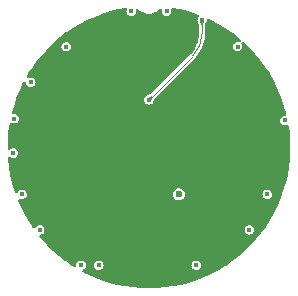
<source format=gbr>
%TF.GenerationSoftware,KiCad,Pcbnew,8.0.2-1*%
%TF.CreationDate,2025-01-26T22:20:59-08:00*%
%TF.ProjectId,Small_Pendant,536d616c-6c5f-4506-956e-64616e742e6b,rev?*%
%TF.SameCoordinates,Original*%
%TF.FileFunction,Copper,L3,Inr*%
%TF.FilePolarity,Positive*%
%FSLAX46Y46*%
G04 Gerber Fmt 4.6, Leading zero omitted, Abs format (unit mm)*
G04 Created by KiCad (PCBNEW 8.0.2-1) date 2025-01-26 22:20:59*
%MOMM*%
%LPD*%
G01*
G04 APERTURE LIST*
%TA.AperFunction,ViaPad*%
%ADD10C,0.400000*%
%TD*%
%TA.AperFunction,ViaPad*%
%ADD11C,0.600000*%
%TD*%
%TA.AperFunction,Conductor*%
%ADD12C,0.100000*%
%TD*%
G04 APERTURE END LIST*
D10*
%TO.N,+5V*%
X38600000Y-47600000D03*
X40750000Y-57000000D03*
X54000000Y-60000000D03*
X57500000Y-41500000D03*
X58500000Y-57000000D03*
X44250000Y-60000000D03*
X45750000Y-60000000D03*
X61500000Y-47750000D03*
X48500000Y-38500000D03*
X40000000Y-44500000D03*
X38500000Y-50500000D03*
X60000000Y-54000000D03*
X51500000Y-38500000D03*
X43000000Y-41500000D03*
X39250000Y-54000000D03*
D11*
X52540000Y-54000000D03*
D10*
%TO.N,DATA_IN*%
X54500000Y-39250000D03*
X50000000Y-46000000D03*
%TO.N,Earth*%
X54000000Y-40000000D03*
X59250000Y-43000000D03*
X60000000Y-55500000D03*
X60500000Y-46000000D03*
X50000000Y-61500000D03*
X55250000Y-40000000D03*
X42500000Y-58400000D03*
X46000000Y-40000000D03*
X48500000Y-61500000D03*
X38500000Y-52250000D03*
X57000000Y-58500000D03*
X39750000Y-55500000D03*
X41500000Y-43000000D03*
X51750000Y-61500000D03*
X40000000Y-46000000D03*
X61500000Y-49500000D03*
X61400000Y-52400000D03*
D11*
X47460000Y-54000000D03*
%TD*%
D12*
%TO.N,DATA_IN*%
X54500000Y-39250000D02*
X54500000Y-40375000D01*
X53704504Y-42295495D02*
X50000000Y-46000000D01*
X54500000Y-40375000D02*
G75*
G02*
X53704507Y-42295498I-2716000J0D01*
G01*
%TD*%
%TA.AperFunction,Conductor*%
%TO.N,DATA_IN*%
G36*
X54504459Y-39250871D02*
G01*
X54667543Y-39319305D01*
X54674014Y-39322021D01*
X54680317Y-39328383D01*
X54680287Y-39337310D01*
X54553000Y-39642800D01*
X54546655Y-39649119D01*
X54542200Y-39650000D01*
X54457800Y-39650000D01*
X54449527Y-39646573D01*
X54447000Y-39642800D01*
X54319711Y-39337308D01*
X54319693Y-39328355D01*
X54325984Y-39322021D01*
X54495474Y-39250898D01*
X54504427Y-39250858D01*
X54504459Y-39250871D01*
G37*
%TD.AperFunction*%
%TD*%
%TA.AperFunction,Conductor*%
%TO.N,DATA_IN*%
G36*
X50249229Y-45684791D02*
G01*
X50253002Y-45687318D01*
X50312681Y-45746997D01*
X50316108Y-45755270D01*
X50315227Y-45759725D01*
X50189219Y-46065745D01*
X50182900Y-46072090D01*
X50173972Y-46072120D01*
X50003837Y-46002564D01*
X49997476Y-45996261D01*
X49997435Y-45996162D01*
X49985732Y-45967538D01*
X49927879Y-45826025D01*
X49927920Y-45817072D01*
X49934252Y-45810781D01*
X50240276Y-45684772D01*
X50249229Y-45684791D01*
G37*
%TD.AperFunction*%
%TD*%
%TA.AperFunction,Conductor*%
%TO.N,Earth*%
G36*
X52025693Y-38209282D02*
G01*
X52058344Y-38215689D01*
X52635529Y-38328950D01*
X52642415Y-38330507D01*
X53298877Y-38498834D01*
X53305677Y-38500786D01*
X53951438Y-38706393D01*
X53958136Y-38708739D01*
X54153320Y-38783432D01*
X54208896Y-38825777D01*
X54232757Y-38891446D01*
X54217326Y-38959590D01*
X54196685Y-38986922D01*
X54171952Y-39011655D01*
X54171951Y-39011657D01*
X54114352Y-39124698D01*
X54114352Y-39124699D01*
X54094508Y-39249996D01*
X54094508Y-39250002D01*
X54114353Y-39375302D01*
X54118874Y-39384176D01*
X54128060Y-39410578D01*
X54128240Y-39410524D01*
X54129670Y-39415205D01*
X54129951Y-39416011D01*
X54130016Y-39416337D01*
X54130018Y-39416344D01*
X54130019Y-39416347D01*
X54130020Y-39416350D01*
X54130021Y-39416352D01*
X54239961Y-39680205D01*
X54249500Y-39727898D01*
X54249500Y-40371519D01*
X54249305Y-40378472D01*
X54234388Y-40644096D01*
X54232831Y-40657914D01*
X54188851Y-40916756D01*
X54185757Y-40930313D01*
X54113071Y-41182612D01*
X54108478Y-41195736D01*
X54008005Y-41438301D01*
X54001972Y-41450830D01*
X53874969Y-41680626D01*
X53867571Y-41692400D01*
X53715639Y-41906529D01*
X53706969Y-41917401D01*
X53529728Y-42115734D01*
X53524951Y-42120786D01*
X53501470Y-42144268D01*
X53501468Y-42144270D01*
X50160794Y-45484943D01*
X50120326Y-45511922D01*
X49856011Y-45620757D01*
X49856009Y-45620758D01*
X49850781Y-45624231D01*
X49841816Y-45630186D01*
X49829506Y-45637378D01*
X49805386Y-45649668D01*
X49761655Y-45671951D01*
X49671954Y-45761652D01*
X49671951Y-45761657D01*
X49614352Y-45874698D01*
X49614352Y-45874699D01*
X49594508Y-45999996D01*
X49594508Y-46000003D01*
X49614352Y-46125300D01*
X49614352Y-46125301D01*
X49631019Y-46158010D01*
X49671950Y-46238342D01*
X49671952Y-46238344D01*
X49671954Y-46238347D01*
X49761652Y-46328045D01*
X49761654Y-46328046D01*
X49761658Y-46328050D01*
X49874696Y-46385646D01*
X49874697Y-46385646D01*
X49874699Y-46385647D01*
X49999997Y-46405492D01*
X50000000Y-46405492D01*
X50000003Y-46405492D01*
X50125300Y-46385647D01*
X50125301Y-46385647D01*
X50125302Y-46385646D01*
X50125304Y-46385646D01*
X50238342Y-46328050D01*
X50328050Y-46238342D01*
X50362672Y-46170391D01*
X50369903Y-46158025D01*
X50379240Y-46143989D01*
X50386936Y-46125300D01*
X50488074Y-45879675D01*
X50515051Y-45839208D01*
X53845312Y-42508945D01*
X53845323Y-42508939D01*
X53881636Y-42472626D01*
X53881637Y-42472627D01*
X53984687Y-42369578D01*
X54169592Y-42144269D01*
X54331523Y-41901921D01*
X54468920Y-41644868D01*
X54580460Y-41375586D01*
X54665069Y-41096668D01*
X54721932Y-40810800D01*
X54750500Y-40520734D01*
X54750500Y-40375000D01*
X54750500Y-40330830D01*
X54750500Y-39727898D01*
X54760039Y-39680206D01*
X54869976Y-39416357D01*
X54869977Y-39416352D01*
X54869979Y-39416348D01*
X54870056Y-39415963D01*
X54870391Y-39415000D01*
X54871757Y-39410539D01*
X54871927Y-39410591D01*
X54881129Y-39384166D01*
X54885646Y-39375304D01*
X54903446Y-39262913D01*
X54933374Y-39199781D01*
X54992685Y-39162850D01*
X55062548Y-39163846D01*
X55076783Y-39169225D01*
X55215645Y-39231692D01*
X55222007Y-39234776D01*
X55823112Y-39547691D01*
X55829307Y-39551144D01*
X56411551Y-39897949D01*
X56417517Y-39901738D01*
X56850084Y-40194158D01*
X56978956Y-40281277D01*
X56984719Y-40285418D01*
X57097585Y-40371519D01*
X57523528Y-40696455D01*
X57529017Y-40700896D01*
X57657159Y-40810798D01*
X57787461Y-40922553D01*
X57825533Y-40981139D01*
X57825888Y-41051008D01*
X57788412Y-41109977D01*
X57725005Y-41139324D01*
X57655797Y-41129731D01*
X57650440Y-41127161D01*
X57625306Y-41114354D01*
X57625300Y-41114352D01*
X57500003Y-41094508D01*
X57499997Y-41094508D01*
X57374699Y-41114352D01*
X57374698Y-41114352D01*
X57299337Y-41152751D01*
X57261658Y-41171950D01*
X57261657Y-41171951D01*
X57261652Y-41171954D01*
X57171954Y-41261652D01*
X57171951Y-41261657D01*
X57171950Y-41261658D01*
X57152751Y-41299337D01*
X57114352Y-41374698D01*
X57114352Y-41374699D01*
X57094508Y-41499996D01*
X57094508Y-41500003D01*
X57114352Y-41625300D01*
X57114352Y-41625301D01*
X57114354Y-41625304D01*
X57171950Y-41738342D01*
X57171952Y-41738344D01*
X57171954Y-41738347D01*
X57261652Y-41828045D01*
X57261654Y-41828046D01*
X57261658Y-41828050D01*
X57374696Y-41885646D01*
X57374697Y-41885646D01*
X57374699Y-41885647D01*
X57499997Y-41905492D01*
X57500000Y-41905492D01*
X57500003Y-41905492D01*
X57625300Y-41885647D01*
X57625301Y-41885647D01*
X57625302Y-41885646D01*
X57625304Y-41885646D01*
X57738342Y-41828050D01*
X57828050Y-41738342D01*
X57885646Y-41625304D01*
X57885646Y-41625302D01*
X57885647Y-41625301D01*
X57885647Y-41625300D01*
X57905492Y-41500003D01*
X57905492Y-41499996D01*
X57885647Y-41374699D01*
X57885646Y-41374697D01*
X57885646Y-41374696D01*
X57837205Y-41279626D01*
X57824310Y-41210960D01*
X57850586Y-41146220D01*
X57907692Y-41105962D01*
X57977498Y-41102970D01*
X58028414Y-41129207D01*
X58043445Y-41142099D01*
X58048660Y-41146836D01*
X58537012Y-41616752D01*
X58541972Y-41621807D01*
X59002610Y-42118857D01*
X59007283Y-42124198D01*
X59438732Y-42646787D01*
X59443092Y-42652387D01*
X59843939Y-43198805D01*
X59847971Y-43204645D01*
X60216895Y-43773087D01*
X60220587Y-43779148D01*
X60556400Y-44367788D01*
X60559738Y-44374050D01*
X60861316Y-44980915D01*
X60864291Y-44987358D01*
X61130658Y-45610485D01*
X61133260Y-45617088D01*
X61363544Y-46254436D01*
X61365764Y-46261176D01*
X61559213Y-46910663D01*
X61561043Y-46917520D01*
X61625953Y-47191968D01*
X61622227Y-47261738D01*
X61581371Y-47318418D01*
X61516358Y-47344012D01*
X61505282Y-47344508D01*
X61499997Y-47344508D01*
X61374699Y-47364352D01*
X61374698Y-47364352D01*
X61327601Y-47388350D01*
X61261658Y-47421950D01*
X61261657Y-47421951D01*
X61261652Y-47421954D01*
X61171954Y-47511652D01*
X61171951Y-47511657D01*
X61114352Y-47624698D01*
X61114352Y-47624699D01*
X61094508Y-47749996D01*
X61094508Y-47750003D01*
X61114352Y-47875300D01*
X61114352Y-47875301D01*
X61114354Y-47875304D01*
X61171950Y-47988342D01*
X61171952Y-47988344D01*
X61171954Y-47988347D01*
X61261652Y-48078045D01*
X61261654Y-48078046D01*
X61261658Y-48078050D01*
X61374696Y-48135646D01*
X61374697Y-48135646D01*
X61374699Y-48135647D01*
X61499997Y-48155492D01*
X61500000Y-48155492D01*
X61500003Y-48155492D01*
X61625300Y-48135647D01*
X61625302Y-48135646D01*
X61625304Y-48135646D01*
X61650998Y-48122553D01*
X61719667Y-48109657D01*
X61784408Y-48135933D01*
X61824665Y-48193039D01*
X61829400Y-48211448D01*
X61836443Y-48251280D01*
X61837478Y-48258301D01*
X61917098Y-48931278D01*
X61917730Y-48938347D01*
X61958721Y-49614792D01*
X61958947Y-49621885D01*
X61961173Y-50299539D01*
X61960994Y-50306633D01*
X61924446Y-50983347D01*
X61923860Y-50990420D01*
X61848663Y-51663902D01*
X61847674Y-51670929D01*
X61734072Y-52339006D01*
X61732683Y-52345966D01*
X61581043Y-53006466D01*
X61579258Y-53013334D01*
X61390078Y-53664085D01*
X61387902Y-53670840D01*
X61161815Y-54309671D01*
X61159257Y-54316291D01*
X60896982Y-54941172D01*
X60894050Y-54947634D01*
X60596469Y-55556460D01*
X60593171Y-55562744D01*
X60261233Y-56153576D01*
X60257581Y-56159661D01*
X59892400Y-56730514D01*
X59888406Y-56736381D01*
X59870123Y-56761652D01*
X59491163Y-57285412D01*
X59486840Y-57291040D01*
X59058820Y-57816468D01*
X59054182Y-57821839D01*
X58596827Y-58321897D01*
X58591889Y-58326995D01*
X58106679Y-58800064D01*
X58101459Y-58804871D01*
X57589950Y-59249435D01*
X57584462Y-59253935D01*
X57048385Y-59668488D01*
X57042649Y-59672667D01*
X56483732Y-60055875D01*
X56477767Y-60059719D01*
X55897824Y-60410335D01*
X55891648Y-60413831D01*
X55292616Y-60730685D01*
X55286251Y-60733822D01*
X54670065Y-61015893D01*
X54663530Y-61018661D01*
X54032228Y-61265013D01*
X54025546Y-61267403D01*
X53381161Y-61477245D01*
X53374352Y-61479248D01*
X52719042Y-61651875D01*
X52712131Y-61653486D01*
X52048012Y-61788343D01*
X52041020Y-61789556D01*
X51370251Y-61886203D01*
X51363200Y-61887013D01*
X50688033Y-61945125D01*
X50680948Y-61945531D01*
X50003548Y-61964923D01*
X49996452Y-61964923D01*
X49319051Y-61945531D01*
X49311966Y-61945125D01*
X48636799Y-61887013D01*
X48629748Y-61886203D01*
X47958979Y-61789556D01*
X47951987Y-61788343D01*
X47287868Y-61653486D01*
X47280957Y-61651875D01*
X46625647Y-61479248D01*
X46618838Y-61477245D01*
X45974453Y-61267403D01*
X45967771Y-61265013D01*
X45336469Y-61018661D01*
X45329934Y-61015893D01*
X44713748Y-60733822D01*
X44707383Y-60730685D01*
X44423307Y-60580425D01*
X44373251Y-60531679D01*
X44357494Y-60463609D01*
X44381041Y-60397827D01*
X44424988Y-60360330D01*
X44488342Y-60328050D01*
X44578050Y-60238342D01*
X44635646Y-60125304D01*
X44635646Y-60125302D01*
X44635647Y-60125301D01*
X44635647Y-60125300D01*
X44655492Y-60000003D01*
X44655492Y-59999996D01*
X45344508Y-59999996D01*
X45344508Y-60000003D01*
X45364352Y-60125300D01*
X45364352Y-60125301D01*
X45364354Y-60125304D01*
X45421950Y-60238342D01*
X45421952Y-60238344D01*
X45421954Y-60238347D01*
X45511652Y-60328045D01*
X45511654Y-60328046D01*
X45511658Y-60328050D01*
X45624696Y-60385646D01*
X45624697Y-60385646D01*
X45624699Y-60385647D01*
X45749997Y-60405492D01*
X45750000Y-60405492D01*
X45750003Y-60405492D01*
X45875300Y-60385647D01*
X45875301Y-60385647D01*
X45875302Y-60385646D01*
X45875304Y-60385646D01*
X45988342Y-60328050D01*
X46078050Y-60238342D01*
X46135646Y-60125304D01*
X46135646Y-60125302D01*
X46135647Y-60125301D01*
X46135647Y-60125300D01*
X46155492Y-60000003D01*
X46155492Y-59999996D01*
X53594508Y-59999996D01*
X53594508Y-60000003D01*
X53614352Y-60125300D01*
X53614352Y-60125301D01*
X53614354Y-60125304D01*
X53671950Y-60238342D01*
X53671952Y-60238344D01*
X53671954Y-60238347D01*
X53761652Y-60328045D01*
X53761654Y-60328046D01*
X53761658Y-60328050D01*
X53874696Y-60385646D01*
X53874697Y-60385646D01*
X53874699Y-60385647D01*
X53999997Y-60405492D01*
X54000000Y-60405492D01*
X54000003Y-60405492D01*
X54125300Y-60385647D01*
X54125301Y-60385647D01*
X54125302Y-60385646D01*
X54125304Y-60385646D01*
X54238342Y-60328050D01*
X54328050Y-60238342D01*
X54385646Y-60125304D01*
X54385646Y-60125302D01*
X54385647Y-60125301D01*
X54385647Y-60125300D01*
X54405492Y-60000003D01*
X54405492Y-59999996D01*
X54385647Y-59874699D01*
X54385647Y-59874698D01*
X54385646Y-59874696D01*
X54328050Y-59761658D01*
X54328046Y-59761654D01*
X54328045Y-59761652D01*
X54238347Y-59671954D01*
X54238344Y-59671952D01*
X54238342Y-59671950D01*
X54125304Y-59614354D01*
X54125303Y-59614353D01*
X54125300Y-59614352D01*
X54000003Y-59594508D01*
X53999997Y-59594508D01*
X53874699Y-59614352D01*
X53874698Y-59614352D01*
X53799337Y-59652751D01*
X53761658Y-59671950D01*
X53761657Y-59671951D01*
X53761652Y-59671954D01*
X53671954Y-59761652D01*
X53671951Y-59761657D01*
X53614352Y-59874698D01*
X53614352Y-59874699D01*
X53594508Y-59999996D01*
X46155492Y-59999996D01*
X46135647Y-59874699D01*
X46135647Y-59874698D01*
X46135646Y-59874696D01*
X46078050Y-59761658D01*
X46078046Y-59761654D01*
X46078045Y-59761652D01*
X45988347Y-59671954D01*
X45988344Y-59671952D01*
X45988342Y-59671950D01*
X45875304Y-59614354D01*
X45875303Y-59614353D01*
X45875300Y-59614352D01*
X45750003Y-59594508D01*
X45749997Y-59594508D01*
X45624699Y-59614352D01*
X45624698Y-59614352D01*
X45549337Y-59652751D01*
X45511658Y-59671950D01*
X45511657Y-59671951D01*
X45511652Y-59671954D01*
X45421954Y-59761652D01*
X45421951Y-59761657D01*
X45364352Y-59874698D01*
X45364352Y-59874699D01*
X45344508Y-59999996D01*
X44655492Y-59999996D01*
X44635647Y-59874699D01*
X44635647Y-59874698D01*
X44635646Y-59874696D01*
X44578050Y-59761658D01*
X44578046Y-59761654D01*
X44578045Y-59761652D01*
X44488347Y-59671954D01*
X44488344Y-59671952D01*
X44488342Y-59671950D01*
X44375304Y-59614354D01*
X44375303Y-59614353D01*
X44375300Y-59614352D01*
X44250003Y-59594508D01*
X44249997Y-59594508D01*
X44124699Y-59614352D01*
X44124698Y-59614352D01*
X44049337Y-59652751D01*
X44011658Y-59671950D01*
X44011657Y-59671951D01*
X44011652Y-59671954D01*
X43921954Y-59761652D01*
X43921951Y-59761657D01*
X43864352Y-59874698D01*
X43864352Y-59874699D01*
X43844508Y-59999996D01*
X43844508Y-60000000D01*
X43847348Y-60017934D01*
X43838391Y-60087227D01*
X43793394Y-60140678D01*
X43726642Y-60161316D01*
X43660721Y-60143444D01*
X43522233Y-60059719D01*
X43516282Y-60055884D01*
X42957345Y-59672664D01*
X42951614Y-59668488D01*
X42881608Y-59614352D01*
X42415534Y-59253932D01*
X42410049Y-59249435D01*
X41898540Y-58804871D01*
X41893320Y-58800064D01*
X41408099Y-58326984D01*
X41403183Y-58321908D01*
X40945817Y-57821839D01*
X40941179Y-57816468D01*
X40758908Y-57592716D01*
X40731829Y-57528307D01*
X40743871Y-57459483D01*
X40791210Y-57408094D01*
X40835647Y-57391926D01*
X40875304Y-57385646D01*
X40988342Y-57328050D01*
X41078050Y-57238342D01*
X41135646Y-57125304D01*
X41135646Y-57125302D01*
X41135647Y-57125301D01*
X41135647Y-57125300D01*
X41155492Y-57000003D01*
X41155492Y-56999996D01*
X58094508Y-56999996D01*
X58094508Y-57000003D01*
X58114352Y-57125300D01*
X58114352Y-57125301D01*
X58114354Y-57125304D01*
X58171950Y-57238342D01*
X58171952Y-57238344D01*
X58171954Y-57238347D01*
X58261652Y-57328045D01*
X58261654Y-57328046D01*
X58261658Y-57328050D01*
X58374696Y-57385646D01*
X58374697Y-57385646D01*
X58374699Y-57385647D01*
X58499997Y-57405492D01*
X58500000Y-57405492D01*
X58500003Y-57405492D01*
X58625300Y-57385647D01*
X58625301Y-57385647D01*
X58625302Y-57385646D01*
X58625304Y-57385646D01*
X58738342Y-57328050D01*
X58828050Y-57238342D01*
X58885646Y-57125304D01*
X58885646Y-57125302D01*
X58885647Y-57125301D01*
X58885647Y-57125300D01*
X58905492Y-57000003D01*
X58905492Y-56999996D01*
X58885647Y-56874699D01*
X58885647Y-56874698D01*
X58865022Y-56834220D01*
X58828050Y-56761658D01*
X58828046Y-56761654D01*
X58828045Y-56761652D01*
X58738347Y-56671954D01*
X58738344Y-56671952D01*
X58738342Y-56671950D01*
X58625304Y-56614354D01*
X58625303Y-56614353D01*
X58625300Y-56614352D01*
X58500003Y-56594508D01*
X58499997Y-56594508D01*
X58374699Y-56614352D01*
X58374698Y-56614352D01*
X58299337Y-56652751D01*
X58261658Y-56671950D01*
X58261657Y-56671951D01*
X58261652Y-56671954D01*
X58171954Y-56761652D01*
X58171951Y-56761657D01*
X58171950Y-56761658D01*
X58152751Y-56799337D01*
X58114352Y-56874698D01*
X58114352Y-56874699D01*
X58094508Y-56999996D01*
X41155492Y-56999996D01*
X41135647Y-56874699D01*
X41135647Y-56874698D01*
X41115022Y-56834220D01*
X41078050Y-56761658D01*
X41078046Y-56761654D01*
X41078045Y-56761652D01*
X40988347Y-56671954D01*
X40988344Y-56671952D01*
X40988342Y-56671950D01*
X40875304Y-56614354D01*
X40875303Y-56614353D01*
X40875300Y-56614352D01*
X40750003Y-56594508D01*
X40749997Y-56594508D01*
X40624699Y-56614352D01*
X40624698Y-56614352D01*
X40549337Y-56652751D01*
X40511658Y-56671950D01*
X40511657Y-56671951D01*
X40511652Y-56671954D01*
X40421954Y-56761652D01*
X40421949Y-56761659D01*
X40393329Y-56817828D01*
X40345354Y-56868624D01*
X40277533Y-56885418D01*
X40211398Y-56862880D01*
X40182384Y-56834220D01*
X40111585Y-56736369D01*
X40107591Y-56730502D01*
X40070137Y-56671954D01*
X39742418Y-56159661D01*
X39738766Y-56153576D01*
X39406828Y-55562744D01*
X39403550Y-55556498D01*
X39105934Y-54947601D01*
X39103017Y-54941172D01*
X38931552Y-54532650D01*
X38923757Y-54463216D01*
X38954739Y-54400591D01*
X39014660Y-54364657D01*
X39084496Y-54366823D01*
X39102184Y-54374176D01*
X39124693Y-54385645D01*
X39124699Y-54385647D01*
X39249997Y-54405492D01*
X39250000Y-54405492D01*
X39250003Y-54405492D01*
X39375300Y-54385647D01*
X39375301Y-54385647D01*
X39375302Y-54385646D01*
X39375304Y-54385646D01*
X39488342Y-54328050D01*
X39578050Y-54238342D01*
X39635646Y-54125304D01*
X39635646Y-54125302D01*
X39635647Y-54125301D01*
X39635647Y-54125300D01*
X39655492Y-54000003D01*
X39655492Y-54000000D01*
X52034353Y-54000000D01*
X52054834Y-54142456D01*
X52098627Y-54238347D01*
X52114623Y-54273373D01*
X52208872Y-54382143D01*
X52329947Y-54459953D01*
X52329950Y-54459954D01*
X52329949Y-54459954D01*
X52468036Y-54500499D01*
X52468038Y-54500500D01*
X52468039Y-54500500D01*
X52611962Y-54500500D01*
X52611962Y-54500499D01*
X52750053Y-54459953D01*
X52871128Y-54382143D01*
X52965377Y-54273373D01*
X53025165Y-54142457D01*
X53045647Y-54000000D01*
X53045646Y-53999996D01*
X59594508Y-53999996D01*
X59594508Y-54000003D01*
X59614352Y-54125300D01*
X59614352Y-54125301D01*
X59614354Y-54125304D01*
X59671950Y-54238342D01*
X59671952Y-54238344D01*
X59671954Y-54238347D01*
X59761652Y-54328045D01*
X59761654Y-54328046D01*
X59761658Y-54328050D01*
X59874696Y-54385646D01*
X59874697Y-54385646D01*
X59874699Y-54385647D01*
X59999997Y-54405492D01*
X60000000Y-54405492D01*
X60000003Y-54405492D01*
X60125300Y-54385647D01*
X60125301Y-54385647D01*
X60125302Y-54385646D01*
X60125304Y-54385646D01*
X60238342Y-54328050D01*
X60328050Y-54238342D01*
X60385646Y-54125304D01*
X60385646Y-54125302D01*
X60385647Y-54125301D01*
X60385647Y-54125300D01*
X60405492Y-54000003D01*
X60405492Y-53999996D01*
X60385647Y-53874699D01*
X60385647Y-53874698D01*
X60360869Y-53826069D01*
X60328050Y-53761658D01*
X60328046Y-53761654D01*
X60328045Y-53761652D01*
X60238347Y-53671954D01*
X60238344Y-53671952D01*
X60238342Y-53671950D01*
X60125304Y-53614354D01*
X60125303Y-53614353D01*
X60125300Y-53614352D01*
X60000003Y-53594508D01*
X59999997Y-53594508D01*
X59874699Y-53614352D01*
X59874698Y-53614352D01*
X59799337Y-53652751D01*
X59761658Y-53671950D01*
X59761657Y-53671951D01*
X59761652Y-53671954D01*
X59671954Y-53761652D01*
X59671951Y-53761657D01*
X59671950Y-53761658D01*
X59652751Y-53799337D01*
X59614352Y-53874698D01*
X59614352Y-53874699D01*
X59594508Y-53999996D01*
X53045646Y-53999996D01*
X53025165Y-53857543D01*
X52965377Y-53726627D01*
X52871128Y-53617857D01*
X52750053Y-53540047D01*
X52750051Y-53540046D01*
X52750049Y-53540045D01*
X52750050Y-53540045D01*
X52611963Y-53499500D01*
X52611961Y-53499500D01*
X52468039Y-53499500D01*
X52468036Y-53499500D01*
X52329949Y-53540045D01*
X52208873Y-53617856D01*
X52114623Y-53726626D01*
X52114622Y-53726628D01*
X52054834Y-53857543D01*
X52034353Y-54000000D01*
X39655492Y-54000000D01*
X39655492Y-53999996D01*
X39635647Y-53874699D01*
X39635647Y-53874698D01*
X39610869Y-53826069D01*
X39578050Y-53761658D01*
X39578046Y-53761654D01*
X39578045Y-53761652D01*
X39488347Y-53671954D01*
X39488344Y-53671952D01*
X39488342Y-53671950D01*
X39375304Y-53614354D01*
X39375303Y-53614353D01*
X39375300Y-53614352D01*
X39250003Y-53594508D01*
X39249997Y-53594508D01*
X39124699Y-53614352D01*
X39124698Y-53614352D01*
X39049337Y-53652751D01*
X39011658Y-53671950D01*
X39011657Y-53671951D01*
X39011652Y-53671954D01*
X38921954Y-53761652D01*
X38921949Y-53761659D01*
X38889130Y-53826069D01*
X38841155Y-53876865D01*
X38773334Y-53893659D01*
X38707199Y-53871121D01*
X38663748Y-53816405D01*
X38661758Y-53811163D01*
X38612092Y-53670826D01*
X38609921Y-53664085D01*
X38595463Y-53614352D01*
X38420739Y-53013328D01*
X38418956Y-53006466D01*
X38267314Y-52345956D01*
X38265927Y-52339006D01*
X38152325Y-51670929D01*
X38151336Y-51663902D01*
X38076139Y-50990420D01*
X38075553Y-50983348D01*
X38073266Y-50941005D01*
X38089307Y-50873001D01*
X38139566Y-50824465D01*
X38208088Y-50810806D01*
X38253381Y-50823832D01*
X38261656Y-50828048D01*
X38261658Y-50828050D01*
X38374696Y-50885646D01*
X38374697Y-50885646D01*
X38374699Y-50885647D01*
X38499997Y-50905492D01*
X38500000Y-50905492D01*
X38500003Y-50905492D01*
X38625300Y-50885647D01*
X38625301Y-50885647D01*
X38625302Y-50885646D01*
X38625304Y-50885646D01*
X38738342Y-50828050D01*
X38828050Y-50738342D01*
X38885646Y-50625304D01*
X38885646Y-50625302D01*
X38885647Y-50625301D01*
X38885647Y-50625300D01*
X38905492Y-50500003D01*
X38905492Y-50499996D01*
X38885647Y-50374699D01*
X38885647Y-50374698D01*
X38885646Y-50374696D01*
X38828050Y-50261658D01*
X38828046Y-50261654D01*
X38828045Y-50261652D01*
X38738347Y-50171954D01*
X38738344Y-50171952D01*
X38738342Y-50171950D01*
X38625304Y-50114354D01*
X38625303Y-50114353D01*
X38625300Y-50114352D01*
X38500003Y-50094508D01*
X38499997Y-50094508D01*
X38374699Y-50114352D01*
X38374698Y-50114352D01*
X38299337Y-50152751D01*
X38261658Y-50171950D01*
X38261657Y-50171951D01*
X38261654Y-50171952D01*
X38251178Y-50182429D01*
X38189854Y-50215912D01*
X38120162Y-50210926D01*
X38064230Y-50169053D01*
X38039815Y-50103587D01*
X38039500Y-50094355D01*
X38041052Y-49621873D01*
X38041278Y-49614792D01*
X38082269Y-48938347D01*
X38082899Y-48931295D01*
X38162524Y-48258275D01*
X38163552Y-48251305D01*
X38203193Y-48027100D01*
X38234249Y-47964514D01*
X38294213Y-47928652D01*
X38364046Y-47930901D01*
X38381590Y-47938205D01*
X38474696Y-47985646D01*
X38474699Y-47985647D01*
X38599997Y-48005492D01*
X38600000Y-48005492D01*
X38600003Y-48005492D01*
X38725300Y-47985647D01*
X38725301Y-47985647D01*
X38725302Y-47985646D01*
X38725304Y-47985646D01*
X38838342Y-47928050D01*
X38928050Y-47838342D01*
X38985646Y-47725304D01*
X38985646Y-47725302D01*
X38985647Y-47725301D01*
X38985647Y-47725300D01*
X39005492Y-47600003D01*
X39005492Y-47599996D01*
X38985647Y-47474699D01*
X38985647Y-47474698D01*
X38958772Y-47421954D01*
X38928050Y-47361658D01*
X38928046Y-47361654D01*
X38928045Y-47361652D01*
X38838347Y-47271954D01*
X38838344Y-47271952D01*
X38838342Y-47271950D01*
X38725304Y-47214354D01*
X38725303Y-47214353D01*
X38725300Y-47214352D01*
X38600003Y-47194508D01*
X38600001Y-47194508D01*
X38600000Y-47194508D01*
X38547254Y-47202862D01*
X38477960Y-47193906D01*
X38424509Y-47148909D01*
X38403870Y-47082157D01*
X38407185Y-47051852D01*
X38438959Y-46917508D01*
X38440786Y-46910665D01*
X38447864Y-46886903D01*
X38634237Y-46261170D01*
X38636455Y-46254436D01*
X38642271Y-46238340D01*
X38866743Y-45617076D01*
X38869341Y-45610485D01*
X38915510Y-45502480D01*
X39135717Y-44987336D01*
X39138672Y-44980937D01*
X39369321Y-44516802D01*
X39416780Y-44465530D01*
X39484429Y-44448055D01*
X39550787Y-44469927D01*
X39594786Y-44524203D01*
X39602836Y-44552589D01*
X39614353Y-44625301D01*
X39614352Y-44625301D01*
X39614354Y-44625304D01*
X39671950Y-44738342D01*
X39671952Y-44738344D01*
X39671954Y-44738347D01*
X39761652Y-44828045D01*
X39761654Y-44828046D01*
X39761658Y-44828050D01*
X39874696Y-44885646D01*
X39874697Y-44885646D01*
X39874699Y-44885647D01*
X39999997Y-44905492D01*
X40000000Y-44905492D01*
X40000003Y-44905492D01*
X40125300Y-44885647D01*
X40125301Y-44885647D01*
X40125302Y-44885646D01*
X40125304Y-44885646D01*
X40238342Y-44828050D01*
X40328050Y-44738342D01*
X40385646Y-44625304D01*
X40385646Y-44625302D01*
X40385647Y-44625301D01*
X40385647Y-44625300D01*
X40405492Y-44500003D01*
X40405492Y-44499996D01*
X40385647Y-44374699D01*
X40385647Y-44374698D01*
X40382126Y-44367788D01*
X40328050Y-44261658D01*
X40328046Y-44261654D01*
X40328045Y-44261652D01*
X40238347Y-44171954D01*
X40238344Y-44171952D01*
X40238342Y-44171950D01*
X40125304Y-44114354D01*
X40125303Y-44114353D01*
X40125300Y-44114352D01*
X40000003Y-44094508D01*
X39999997Y-44094508D01*
X39874699Y-44114352D01*
X39874695Y-44114353D01*
X39840253Y-44131903D01*
X39771584Y-44144799D01*
X39706843Y-44118522D01*
X39666587Y-44061415D01*
X39663595Y-43991610D01*
X39676251Y-43959977D01*
X39779421Y-43779132D01*
X39783094Y-43773103D01*
X40152033Y-43204637D01*
X40156060Y-43198805D01*
X40556907Y-42652387D01*
X40561267Y-42646787D01*
X40675069Y-42508946D01*
X40992718Y-42124194D01*
X40997389Y-42118857D01*
X41266893Y-41828050D01*
X41458037Y-41621795D01*
X41462969Y-41616770D01*
X41584324Y-41499996D01*
X42594508Y-41499996D01*
X42594508Y-41500003D01*
X42614352Y-41625300D01*
X42614352Y-41625301D01*
X42614354Y-41625304D01*
X42671950Y-41738342D01*
X42671952Y-41738344D01*
X42671954Y-41738347D01*
X42761652Y-41828045D01*
X42761654Y-41828046D01*
X42761658Y-41828050D01*
X42874696Y-41885646D01*
X42874697Y-41885646D01*
X42874699Y-41885647D01*
X42999997Y-41905492D01*
X43000000Y-41905492D01*
X43000003Y-41905492D01*
X43125300Y-41885647D01*
X43125301Y-41885647D01*
X43125302Y-41885646D01*
X43125304Y-41885646D01*
X43238342Y-41828050D01*
X43328050Y-41738342D01*
X43385646Y-41625304D01*
X43385646Y-41625302D01*
X43385647Y-41625301D01*
X43385647Y-41625300D01*
X43405492Y-41500003D01*
X43405492Y-41499996D01*
X43385647Y-41374699D01*
X43385647Y-41374698D01*
X43385646Y-41374696D01*
X43328050Y-41261658D01*
X43328046Y-41261654D01*
X43328045Y-41261652D01*
X43238347Y-41171954D01*
X43238344Y-41171952D01*
X43238342Y-41171950D01*
X43125304Y-41114354D01*
X43125303Y-41114353D01*
X43125300Y-41114352D01*
X43000003Y-41094508D01*
X42999997Y-41094508D01*
X42874699Y-41114352D01*
X42874698Y-41114352D01*
X42799337Y-41152751D01*
X42761658Y-41171950D01*
X42761657Y-41171951D01*
X42761652Y-41171954D01*
X42671954Y-41261652D01*
X42671951Y-41261657D01*
X42671950Y-41261658D01*
X42652751Y-41299337D01*
X42614352Y-41374698D01*
X42614352Y-41374699D01*
X42594508Y-41499996D01*
X41584324Y-41499996D01*
X41951356Y-41146820D01*
X41956539Y-41142111D01*
X42470999Y-40700882D01*
X42476453Y-40696469D01*
X43015292Y-40285408D01*
X43021030Y-40281285D01*
X43582497Y-39901727D01*
X43588432Y-39897958D01*
X44170707Y-39551135D01*
X44176869Y-39547700D01*
X44778006Y-39234769D01*
X44784340Y-39231698D01*
X45402420Y-38953657D01*
X45408933Y-38950949D01*
X46041878Y-38708733D01*
X46048546Y-38706398D01*
X46694332Y-38500783D01*
X46701112Y-38498836D01*
X47357592Y-38330505D01*
X47364463Y-38328951D01*
X47974306Y-38209282D01*
X48043881Y-38215689D01*
X48098948Y-38258694D01*
X48122022Y-38324644D01*
X48116113Y-38369282D01*
X48114352Y-38374699D01*
X48094508Y-38499996D01*
X48094508Y-38500003D01*
X48114352Y-38625300D01*
X48114352Y-38625301D01*
X48114354Y-38625304D01*
X48171950Y-38738342D01*
X48171952Y-38738344D01*
X48171954Y-38738347D01*
X48261652Y-38828045D01*
X48261654Y-38828046D01*
X48261658Y-38828050D01*
X48374696Y-38885646D01*
X48374697Y-38885646D01*
X48374699Y-38885647D01*
X48499997Y-38905492D01*
X48500000Y-38905492D01*
X48500003Y-38905492D01*
X48625300Y-38885647D01*
X48625301Y-38885647D01*
X48625302Y-38885646D01*
X48625304Y-38885646D01*
X48738342Y-38828050D01*
X48828050Y-38738342D01*
X48885646Y-38625304D01*
X48885646Y-38625302D01*
X48885647Y-38625301D01*
X48885647Y-38625300D01*
X48905492Y-38500003D01*
X48905492Y-38499998D01*
X48891457Y-38411386D01*
X48900411Y-38342093D01*
X48945408Y-38288641D01*
X49012159Y-38268001D01*
X49079473Y-38286726D01*
X49105567Y-38308449D01*
X49109023Y-38312241D01*
X49273437Y-38462123D01*
X49273439Y-38462125D01*
X49462595Y-38579245D01*
X49462596Y-38579245D01*
X49462599Y-38579247D01*
X49670060Y-38659618D01*
X49888757Y-38700500D01*
X49888759Y-38700500D01*
X50111241Y-38700500D01*
X50111243Y-38700500D01*
X50329940Y-38659618D01*
X50537401Y-38579247D01*
X50726562Y-38462124D01*
X50890981Y-38312236D01*
X50894427Y-38308456D01*
X50954136Y-38272170D01*
X51023983Y-38273927D01*
X51081793Y-38313166D01*
X51109212Y-38377431D01*
X51108542Y-38411385D01*
X51094508Y-38499996D01*
X51094508Y-38500003D01*
X51114352Y-38625300D01*
X51114352Y-38625301D01*
X51114354Y-38625304D01*
X51171950Y-38738342D01*
X51171952Y-38738344D01*
X51171954Y-38738347D01*
X51261652Y-38828045D01*
X51261654Y-38828046D01*
X51261658Y-38828050D01*
X51374696Y-38885646D01*
X51374697Y-38885646D01*
X51374699Y-38885647D01*
X51499997Y-38905492D01*
X51500000Y-38905492D01*
X51500003Y-38905492D01*
X51625300Y-38885647D01*
X51625301Y-38885647D01*
X51625302Y-38885646D01*
X51625304Y-38885646D01*
X51738342Y-38828050D01*
X51828050Y-38738342D01*
X51885646Y-38625304D01*
X51885646Y-38625302D01*
X51885647Y-38625301D01*
X51885647Y-38625300D01*
X51905492Y-38500003D01*
X51905492Y-38499996D01*
X51885648Y-38374704D01*
X51885646Y-38374699D01*
X51885646Y-38374696D01*
X51885644Y-38374692D01*
X51883888Y-38369289D01*
X51881887Y-38299448D01*
X51917963Y-38239612D01*
X51980661Y-38208779D01*
X52025693Y-38209282D01*
G37*
%TD.AperFunction*%
%TD*%
M02*

</source>
